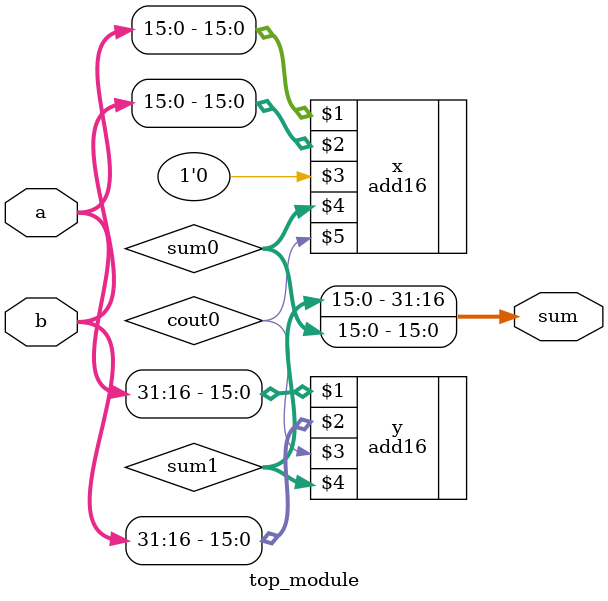
<source format=v>
module top_module(
    input [31:0] a,
    input [31:0] b,
    output [31:0] sum
);
    wire [15:0]sum0,sum1;
    wire cout0;
    add16 x( a[15:0],  b[15:0], 1'b0, sum0,cout0 );
    add16 y( a[31:16],  b[31:16], cout0, sum1 );
    assign sum={sum1,sum0};
endmodule

</source>
